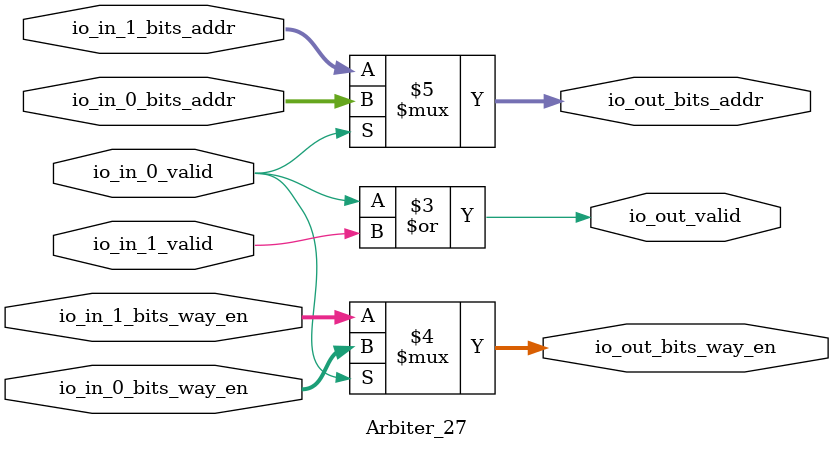
<source format=v>
module Arbiter_27(
  input         io_in_0_valid,
  input  [7:0]  io_in_0_bits_way_en,
  input  [35:0] io_in_0_bits_addr,
  input         io_in_1_valid,
  input  [7:0]  io_in_1_bits_way_en,
  input  [35:0] io_in_1_bits_addr,
  output        io_out_valid,
  output [7:0]  io_out_bits_way_en,
  output [35:0] io_out_bits_addr
);
  wire  grant_1 = ~io_in_0_valid; // @[Arbiter.scala 46:78]
  assign io_out_valid = ~grant_1 | io_in_1_valid; // @[Arbiter.scala 150:31]
  assign io_out_bits_way_en = io_in_0_valid ? io_in_0_bits_way_en : io_in_1_bits_way_en; // @[Arbiter.scala 139:15 141:26 143:19]
  assign io_out_bits_addr = io_in_0_valid ? io_in_0_bits_addr : io_in_1_bits_addr; // @[Arbiter.scala 139:15 141:26 143:19]
endmodule


</source>
